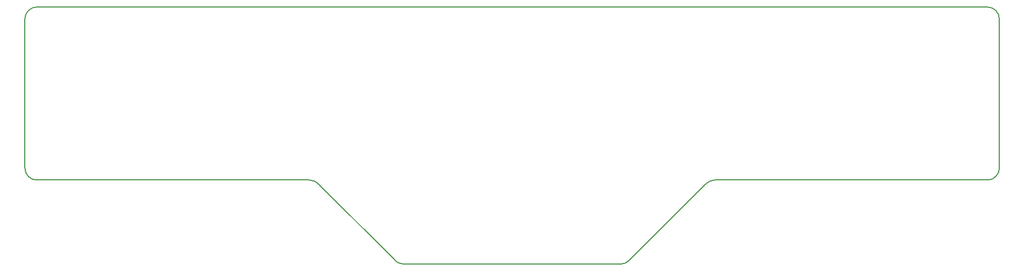
<source format=gbr>
G04 #@! TF.FileFunction,Profile,NP*
%FSLAX46Y46*%
G04 Gerber Fmt 4.6, Leading zero omitted, Abs format (unit mm)*
G04 Created by KiCad (PCBNEW 4.0.6) date 05/11/17 10:01:50*
%MOMM*%
%LPD*%
G01*
G04 APERTURE LIST*
%ADD10C,0.100000*%
%ADD11C,0.150000*%
G04 APERTURE END LIST*
D10*
D11*
X239191800Y-119937614D02*
X205055038Y-119937962D01*
X147320000Y-79375000D02*
G75*
G03X145415000Y-81280000I0J-1905000D01*
G01*
X239191800Y-119937614D02*
G75*
G03X240538000Y-119380000I0J1903814D01*
G01*
X203708000Y-119380000D02*
G75*
G03X205055038Y-119937962I1347038J1347038D01*
G01*
X191567638Y-107237962D02*
G75*
G03X190220600Y-106680000I-1347038J-1347038D01*
G01*
X254025400Y-106681186D02*
G75*
G03X252679200Y-107238800I0J-1903814D01*
G01*
X296926000Y-106680000D02*
G75*
G03X298831000Y-104775000I0J1905000D01*
G01*
X298831000Y-81280000D02*
G75*
G03X296926000Y-79375000I-1905000J0D01*
G01*
X145415000Y-104775000D02*
G75*
G03X147320000Y-106680000I1905000J0D01*
G01*
X240538000Y-119380000D02*
X252679200Y-107238800D01*
X296926000Y-106680000D02*
X254025400Y-106680000D01*
X203708000Y-119380000D02*
X191566800Y-107238800D01*
X147320000Y-106680000D02*
X190220600Y-106680000D01*
X145415000Y-104775000D02*
X145415000Y-81280000D01*
X298831000Y-81280000D02*
X298831000Y-104775000D01*
X147320000Y-79375000D02*
X296926000Y-79375000D01*
M02*

</source>
